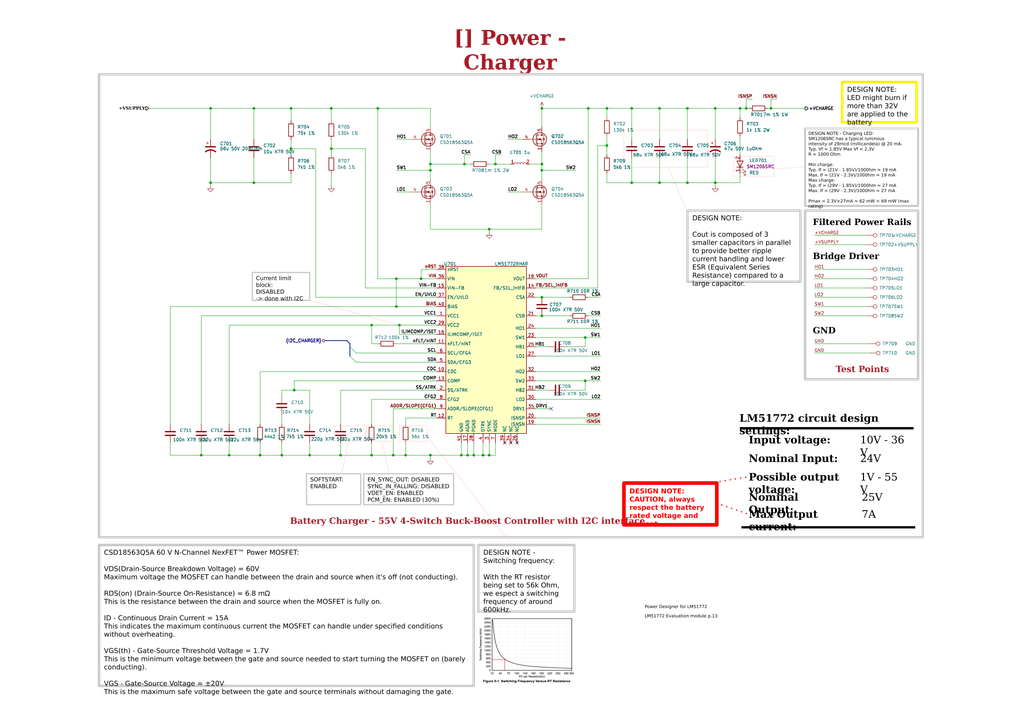
<source format=kicad_sch>
(kicad_sch (version 20231120) (generator "eeschema") (generator_version "8.0")
  (paper "A3")
  (title_block (title "Power - Charger") (date "Last Modified Date") (rev "${REVISION}") (company "${COMPANY}"))
  (lib_symbols
    (symbol "Charge_Manager_SYM:74439323010" (pin_names hide)
      (property "Reference" "L" (at -0.254 8.89 0))
      (property "Value" "74439323010" (at -4.826 5.334 0))
      (property "Manufacturer_Part_Number" "74439323010" (at 0.254 2.794 0))
      (symbol "74439323010_0_1"
        (arc (start -1.27 0) (mid -1.905 0.6323) (end -2.54 0))
        (arc (start 0 0) (mid -0.635 0.6323) (end -1.27 0))
        (arc (start 1.27 0) (mid 0.635 0.6323) (end 0 0))
        (arc (start 2.54 0) (mid 1.905 0.6323) (end 1.27 0))
      )
      (symbol "74439323010_1_1"
        (pin passive line (at -3.81 0 0) (length 1.27) (name "1") (number "1"))
        (pin passive line (at 3.81 0 180) (length 1.27) (name "2") (number "2"))
      )
    )
    (symbol "Charge_Manager_SYM:LM51772RHA40"
      (property "Reference" "U701" (at -14.732 42.926 0))
      (property "Value" "LM51772RHAR" (at 10.414 42.926 0))
      (symbol "LM51772RHA40_0_1"
        (rectangle (start -16.51 41.91) (end 16.51 -26.67) (stroke (width 0.254)) (fill (type background)))
      )
      (symbol "LM51772RHA40_1_1"
        (pin power_out line (at -20.32 21.59 0) (length 3.81) (name "VCC1") (number "1"))
        (pin unspecified line (at -20.32 -1.27 0) (length 3.81) (name "CDC") (number "10"))
        (pin output line (at -20.32 10.16 0) (length 3.81) (name "nFLT/nINT") (number "11"))
        (pin bidirectional line (at -20.32 -20.32 0) (length 3.81) (name "RT") (number "12"))
        (pin output line (at -20.32 -5.08 0) (length 3.81) (name "COMP") (number "13"))
        (pin input line (at 20.32 33.02 180) (length 3.81) (name "FB/SEL_intFB") (number "14"))
        (pin unspecified line (at -20.32 33.02 0) (length 3.81) (name "VIN-FB") (number "15"))
        (pin unspecified line (at -20.32 13.97 0) (length 3.81) (name "ILIMCOMP/ISET") (number "16"))
        (pin passive line (at -7.62 -30.48 90) (length 3.81) (name "AGND") (number "17"))
        (pin input line (at 20.32 36.83 180) (length 3.81) (name "VOUT") (number "18"))
        (pin input line (at 20.32 -22.86 180) (length 3.81) (name "ISNSN") (number "19"))
        (pin bidirectional line (at -20.32 -8.89 0) (length 3.81) (name "SS/ATRK") (number "2"))
        (pin input line (at 20.32 -20.32 180) (length 3.81) (name "ISNSP") (number "20"))
        (pin input line (at 20.32 21.59 180) (length 3.81) (name "CSB") (number "21"))
        (pin input line (at 20.32 29.21 180) (length 3.81) (name "CSA") (number "22"))
        (pin unspecified line (at 20.32 12.7 180) (length 3.81) (name "SW1") (number "23"))
        (pin output line (at 20.32 16.51 180) (length 3.81) (name "HO1") (number "24"))
        (pin unspecified line (at 20.32 8.89 180) (length 3.81) (name "HB1") (number "25"))
        (pin no_connect line (at 12.7 -30.48 90) (length 3.81) (name "NC") (number "26"))
        (pin output line (at 20.32 5.08 180) (length 3.81) (name "LO1") (number "27"))
        (pin passive line (at -5.08 -30.48 90) (length 3.81) (name "PGND") (number "28"))
        (pin output line (at -20.32 17.78 0) (length 3.81) (name "VCC2") (number "29"))
        (pin input line (at 1.27 -30.48 90) (length 3.81) (name "SYNC") (number "3"))
        (pin output line (at 20.32 -12.7 180) (length 3.81) (name "LO2") (number "30"))
        (pin unspecified line (at 20.32 -8.89 180) (length 3.81) (name "HB2") (number "31"))
        (pin output line (at 20.32 -1.27 180) (length 3.81) (name "HO2") (number "32"))
        (pin output line (at 20.32 -5.08 180) (length 3.81) (name "SW2") (number "33"))
        (pin no_connect line (at 10.16 -30.48 90) (length 3.81) (name "NC") (number "34"))
        (pin unspecified line (at 20.32 -16.51 180) (length 3.81) (name "DRV1") (number "35"))
        (pin power_in line (at -20.32 36.83 0) (length 3.81) (name "VIN") (number "36"))
        (pin input line (at -20.32 29.21 0) (length 3.81) (name "EN/UVLO") (number "37"))
        (pin input line (at -20.32 40.64 0) (length 3.81) (name "nRST") (number "38"))
        (pin no_connect line (at 7.62 -30.48 90) (length 3.81) (name "NC") (number "39"))
        (pin input line (at -1.27 -30.48 90) (length 3.81) (name "DTRK") (number "4"))
        (pin unspecified line (at -20.32 25.4 0) (length 3.81) (name "BIAS") (number "40"))
        (pin passive line (at -10.16 -30.48 90) (length 3.81) (name "GND") (number "41"))
        (pin bidirectional line (at -20.32 2.54 0) (length 3.81) (name "SDA/CFG3") (number "5"))
        (pin input line (at -20.32 6.35 0) (length 3.81) (name "SCL/CFG4") (number "6"))
        (pin input line (at 3.81 -30.48 90) (length 3.81) (name "MODE") (number "7"))
        (pin bidirectional line (at -20.32 -12.7 0) (length 3.81) (name "CFG2") (number "8"))
        (pin input line (at -20.32 -16.51 0) (length 3.81) (name "ADDR/SLOPE(CFG1)") (number "9"))
      )
    )
    (symbol "Charge_Manager_SYM:SM1206SRC" (pin_names hide)
      (property "Reference" "LED601" (at 8.89 -3.81 90))
      (property "Value" "SM1206SRC" (at 6.35 -3.81 90))
      (symbol "SM1206SRC_0_1"
        (polyline (pts (xy 0 -1.27) (xy 0 1.27)) (stroke (width 0.254)))
        (polyline (pts (xy 0 0) (xy 2.54 0)))
        (polyline (pts (xy 2.54 -1.27) (xy 2.54 1.27) (xy 0 0) (xy 2.54 -1.27)) (stroke (width 0.254)))
        (polyline (pts (xy -1.778 -0.762) (xy -3.302 -2.286) (xy -2.54 -2.286) (xy -3.302 -2.286) (xy -3.302 -1.524)))
        (polyline (pts (xy -0.508 -0.762) (xy -2.032 -2.286) (xy -1.27 -2.286) (xy -2.032 -2.286) (xy -2.032 -1.524)))
      )
      (symbol "SM1206SRC_1_1"
        (pin passive line (at -2.54 0 0) (length 2.54) (name "K") (number "1"))
        (pin passive line (at 5.08 0 180) (length 2.54) (name "A") (number "2"))
      )
    )
    (symbol "Connector:TestPoint" (pin_numbers hide) (pin_names (offset 0.762) hide)
      (property "Reference" "TP" (at 0 6.858 0))
      (property "Value" "TestPoint" (at 0 5.08 0))
      (symbol "TestPoint_0_1"
        (circle (center 0 3.302) (radius 0.762))
      )
      (symbol "TestPoint_1_1"
        (pin passive line (at 0 0 90) (length 2.54) (name "1") (number "1"))
      )
    )
    (symbol "Device:C" (pin_numbers hide) (pin_names (offset 0.254))
      (property "Reference" "C" (at 0.635 2.54 0))
      (property "Value" "C" (at 0.635 -2.54 0))
      (symbol "C_0_1"
        (polyline (pts (xy -2.032 -0.762) (xy 2.032 -0.762)) (stroke (width 0.508)))
        (polyline (pts (xy -2.032 0.762) (xy 2.032 0.762)) (stroke (width 0.508)))
      )
      (symbol "C_1_1"
        (pin passive line (at 0 3.81 270) (length 2.794) (name "~") (number "1"))
        (pin passive line (at 0 -3.81 90) (length 2.794) (name "~") (number "2"))
      )
    )
    (symbol "Device:C_Polarized_US" (pin_numbers hide) (pin_names (offset 0.254) hide)
      (property "Reference" "C" (at 0.635 2.54 0))
      (property "Value" "C_Polarized_US" (at 0.635 -2.54 0))
      (symbol "C_Polarized_US_0_1"
        (polyline (pts (xy -2.032 0.762) (xy 2.032 0.762)) (stroke (width 0.508)))
        (polyline (pts (xy -1.778 2.286) (xy -0.762 2.286)))
        (polyline (pts (xy -1.27 1.778) (xy -1.27 2.794)))
        (arc (start 2.032 -1.27) (mid 0 -0.5572) (end -2.032 -1.27) (stroke (width 0.508)))
      )
      (symbol "C_Polarized_US_1_1"
        (pin passive line (at 0 3.81 270) (length 2.794) (name "~") (number "1"))
        (pin passive line (at 0 -3.81 90) (length 3.302) (name "~") (number "2"))
      )
    )
    (symbol "Device:R" (pin_numbers hide) (pin_names (offset 0))
      (property "Reference" "R" (at 2.032 0 90))
      (property "Value" "R" (at 0 0 90))
      (symbol "R_0_1"
        (rectangle (start -1.016 -2.54) (end 1.016 2.54) (stroke (width 0.254)))
      )
      (symbol "R_1_1"
        (pin passive line (at 0 3.81 270) (length 1.27) (name "~") (number "1"))
        (pin passive line (at 0 -3.81 90) (length 1.27) (name "~") (number "2"))
      )
    )
    (symbol "Transistor_FET:CSD18563Q5A" (pin_names hide)
      (property "Reference" "Q" (at 5.08 1.905 0))
      (property "Value" "CSD18563Q5A" (at 5.08 0 0))
      (symbol "CSD18563Q5A_0_1"
        (polyline (pts (xy 0.254 0) (xy -2.54 0)))
        (polyline (pts (xy 0.254 1.905) (xy 0.254 -1.905)) (stroke (width 0.254)))
        (polyline (pts (xy 0.762 -1.27) (xy 0.762 -2.286)) (stroke (width 0.254)))
        (polyline (pts (xy 0.762 0.508) (xy 0.762 -0.508)) (stroke (width 0.254)))
        (polyline (pts (xy 0.762 2.286) (xy 0.762 1.27)) (stroke (width 0.254)))
        (polyline (pts (xy 2.54 2.54) (xy 2.54 1.778)))
        (polyline (pts (xy 2.54 -2.54) (xy 2.54 0) (xy 0.762 0)))
        (polyline (pts (xy 0.762 -1.778) (xy 3.302 -1.778) (xy 3.302 1.778) (xy 0.762 1.778)))
        (polyline (pts (xy 1.016 0) (xy 2.032 0.381) (xy 2.032 -0.381) (xy 1.016 0)) (fill (type outline)))
        (polyline (pts (xy 2.794 0.508) (xy 2.921 0.381) (xy 3.683 0.381) (xy 3.81 0.254)))
        (polyline (pts (xy 3.302 0.381) (xy 2.921 -0.254) (xy 3.683 -0.254) (xy 3.302 0.381)))
        (circle (center 1.651 0) (radius 2.794) (stroke (width 0.254)))
        (circle (center 2.54 -1.778) (radius 0.254) (fill (type outline)))
        (circle (center 2.54 1.778) (radius 0.254) (fill (type outline)))
      )
      (symbol "CSD18563Q5A_1_1"
        (pin passive line (at 2.54 -5.08 90) (length 2.54) (name "S") (number "1"))
        (pin passive line (at 2.54 -5.08 90) (length 2.54) hide (name "S") (number "2"))
        (pin passive line (at 2.54 -5.08 90) (length 2.54) hide (name "S") (number "3"))
        (pin passive line (at -5.08 0 0) (length 2.54) (name "G") (number "4"))
        (pin passive line (at 2.54 5.08 270) (length 2.54) (name "D") (number "5"))
      )
    )
    (symbol "power:+3V3" (power) (pin_numbers hide) (pin_names (offset 0) hide)
      (property "Value" "+3V3" (at 0 3.556 0))
      (symbol "+3V3_0_1"
        (polyline (pts (xy -0.762 1.27) (xy 0 2.54)))
        (polyline (pts (xy 0 0) (xy 0 2.54)))
        (polyline (pts (xy 0 2.54) (xy 0.762 1.27)))
      )
      (symbol "+3V3_1_1"
        (pin power_in line (at 0 0 90) (length 0) (name "~") (number "1"))
      )
    )
    (symbol "power:GND" (power) (pin_numbers hide) (pin_names (offset 0) hide)
      (property "Value" "GND" (at 0 -3.81 0))
      (symbol "GND_0_1"
        (polyline (pts (xy 0 0) (xy 0 -1.27) (xy 1.27 -1.27) (xy 0 -2.54) (xy -1.27 -1.27) (xy 0 -1.27)))
      )
      (symbol "GND_1_1"
        (pin power_in line (at 0 0 270) (length 0) (name "~") (number "1"))
      )
    )
  )
  (junction (at 135.89 60.96))
  (junction (at 222.25 129.54))
  (junction (at 203.2 67.31))
  (junction (at 162.56 125.73))
  (junction (at 82.55 186.69))
  (junction (at 222.25 69.85))
  (junction (at 200.66 93.98))
  (junction (at 176.53 186.69))
  (junction (at 306.07 44.45))
  (junction (at 190.5 67.31))
  (junction (at 163.83 133.35))
  (junction (at 293.37 44.45))
  (junction (at 198.12 186.69))
  (junction (at 200.66 186.69))
  (junction (at 106.68 186.69))
  (junction (at 176.53 69.85))
  (junction (at 120.65 160.02))
  (junction (at 191.77 186.69))
  (junction (at 259.08 44.45))
  (junction (at 86.36 44.45))
  (junction (at 135.89 44.45))
  (junction (at 222.25 44.45))
  (junction (at 194.31 186.69))
  (junction (at 139.7 186.69))
  (junction (at 104.14 44.45))
  (junction (at 270.51 44.45))
  (junction (at 248.92 44.45))
  (junction (at 222.25 67.31))
  (junction (at 293.37 74.93))
  (junction (at 316.23 44.45))
  (junction (at 172.72 114.3))
  (junction (at 127 186.69))
  (junction (at 248.92 59.69))
  (junction (at 270.51 74.93))
  (junction (at 119.38 60.96))
  (junction (at 152.4 186.69))
  (junction (at 119.38 44.45))
  (junction (at 240.03 156.21))
  (junction (at 161.29 186.69))
  (junction (at 189.23 186.69))
  (junction (at 281.94 74.93))
  (junction (at 176.53 67.31))
  (junction (at 241.3 44.45))
  (junction (at 303.53 44.45))
  (junction (at 281.94 44.45))
  (junction (at 115.57 186.69))
  (junction (at 259.08 74.93))
  (junction (at 93.98 186.69))
  (junction (at 240.03 138.43))
  (junction (at 162.56 114.3))
  (junction (at 222.25 121.92))
  (junction (at 152.4 133.35))
  (junction (at 166.37 186.69))
  (junction (at 154.94 44.45))
  (junction (at 86.36 74.93))
  (junction (at 104.14 74.93))
  (no_connect (at 226.06 167.64))
  (no_connect (at 212.09 181.61))
  (no_connect (at 207.01 181.61))
  (no_connect (at 209.55 181.61))
  (bus_entry (at 143.51 142.24) (size 2.54 2.54))
  (bus_entry (at 143.51 146.05) (size 2.54 2.54))
  (wire (pts (xy 60.96 44.45) (xy 86.36 44.45)))
  (wire (pts (xy 248.92 44.45) (xy 259.08 44.45)))
  (wire (pts (xy 219.71 114.3) (xy 241.3 114.3)))
  (wire (pts (xy 135.89 60.96) (xy 135.89 63.5)))
  (wire (pts (xy 203.2 67.31) (xy 200.66 67.31)))
  (wire (pts (xy 93.98 133.35) (xy 152.4 133.35)))
  (wire (pts (xy 334.01 125.73) (xy 355.6 125.73)))
  (wire (pts (xy 152.4 140.97) (xy 154.94 140.97)))
  (wire (pts (xy 203.2 63.5) (xy 203.2 67.31)))
  (wire (pts (xy 306.07 44.45) (xy 307.34 44.45)))
  (wire (pts (xy 106.68 152.4) (xy 179.07 152.4)))
  (bus (pts (xy 143.51 142.24) (xy 143.51 146.05)))
  (wire (pts (xy 176.53 83.82) (xy 176.53 93.98)))
  (wire (pts (xy 163.83 133.35) (xy 179.07 133.35)))
  (wire (pts (xy 166.37 186.69) (xy 161.29 186.69)))
  (wire (pts (xy 115.57 170.18) (xy 115.57 173.99)))
  (wire (pts (xy 154.94 44.45) (xy 176.53 44.45)))
  (wire (pts (xy 106.68 181.61) (xy 106.68 186.69)))
  (wire (pts (xy 219.71 163.83) (xy 246.38 163.83)))
  (wire (pts (xy 161.29 167.64) (xy 179.07 167.64)))
  (wire (pts (xy 119.38 44.45) (xy 119.38 49.53)))
  (wire (pts (xy 241.3 129.54) (xy 246.38 129.54)))
  (wire (pts (xy 259.08 44.45) (xy 270.51 44.45)))
  (wire (pts (xy 139.7 181.61) (xy 139.7 186.69)))
  (wire (pts (xy 86.36 64.77) (xy 86.36 74.93)))
  (wire (pts (xy 176.53 67.31) (xy 176.53 69.85)))
  (wire (pts (xy 176.53 67.31) (xy 190.5 67.31)))
  (wire (pts (xy 219.71 142.24) (xy 224.79 142.24)))
  (wire (pts (xy 303.53 55.88) (xy 303.53 63.5)))
  (wire (pts (xy 293.37 44.45) (xy 293.37 57.15)))
  (wire (pts (xy 334.01 110.49) (xy 355.6 110.49)))
  (wire (pts (xy 162.56 57.15) (xy 168.91 57.15)))
  (wire (pts (xy 281.94 64.77) (xy 281.94 74.93)))
  (wire (pts (xy 106.68 152.4) (xy 106.68 173.99)))
  (wire (pts (xy 200.66 93.98) (xy 200.66 95.25)))
  (wire (pts (xy 217.17 67.31) (xy 222.25 67.31)))
  (wire (pts (xy 176.53 62.23) (xy 176.53 67.31)))
  (wire (pts (xy 241.3 121.92) (xy 246.38 121.92)))
  (wire (pts (xy 316.23 40.64) (xy 318.77 40.64)))
  (wire (pts (xy 69.85 186.69) (xy 82.55 186.69)))
  (wire (pts (xy 104.14 44.45) (xy 119.38 44.45)))
  (wire (pts (xy 127 186.69) (xy 139.7 186.69)))
  (wire (pts (xy 203.2 186.69) (xy 203.2 181.61)))
  (polyline (pts (xy 317.5 69.215) (xy 329.565 68.58)) (stroke (width 0) (type dot) (color 255 0 0 1)))
  (wire (pts (xy 191.77 186.69) (xy 191.77 181.61)))
  (wire (pts (xy 316.23 40.64) (xy 316.23 44.45)))
  (wire (pts (xy 334.01 100.33) (xy 355.6 100.33)))
  (wire (pts (xy 240.03 138.43) (xy 246.38 138.43)))
  (wire (pts (xy 222.25 129.54) (xy 233.68 129.54)))
  (wire (pts (xy 222.25 67.31) (xy 222.25 69.85)))
  (wire (pts (xy 120.65 156.21) (xy 120.65 160.02)))
  (wire (pts (xy 208.28 57.15) (xy 214.63 57.15)))
  (wire (pts (xy 259.08 64.77) (xy 259.08 74.93)))
  (wire (pts (xy 166.37 181.61) (xy 166.37 186.69)))
  (wire (pts (xy 314.96 44.45) (xy 316.23 44.45)))
  (wire (pts (xy 232.41 160.02) (xy 240.03 160.02)))
  (wire (pts (xy 152.4 133.35) (xy 163.83 133.35)))
  (wire (pts (xy 190.5 63.5) (xy 190.5 67.31)))
  (wire (pts (xy 129.54 60.96) (xy 129.54 121.92)))
  (wire (pts (xy 219.71 134.62) (xy 246.38 134.62)))
  (wire (pts (xy 176.53 93.98) (xy 200.66 93.98)))
  (wire (pts (xy 203.2 63.5) (xy 205.74 63.5)))
  (wire (pts (xy 163.83 133.35) (xy 163.83 137.16)))
  (wire (pts (xy 219.71 160.02) (xy 224.79 160.02)))
  (wire (pts (xy 115.57 160.02) (xy 120.65 160.02)))
  (wire (pts (xy 306.07 40.64) (xy 306.07 44.45)))
  (wire (pts (xy 270.51 44.45) (xy 281.94 44.45)))
  (wire (pts (xy 172.72 110.49) (xy 179.07 110.49)))
  (wire (pts (xy 281.94 44.45) (xy 293.37 44.45)))
  (wire (pts (xy 104.14 64.77) (xy 104.14 74.93)))
  (wire (pts (xy 176.53 69.85) (xy 176.53 73.66)))
  (wire (pts (xy 334.01 129.54) (xy 355.6 129.54)))
  (wire (pts (xy 259.08 44.45) (xy 259.08 57.15)))
  (wire (pts (xy 198.12 186.69) (xy 198.12 181.61)))
  (wire (pts (xy 115.57 181.61) (xy 115.57 186.69)))
  (wire (pts (xy 69.85 125.73) (xy 69.85 173.99)))
  (wire (pts (xy 120.65 156.21) (xy 179.07 156.21)))
  (wire (pts (xy 69.85 125.73) (xy 162.56 125.73)))
  (wire (pts (xy 259.08 74.93) (xy 270.51 74.93)))
  (wire (pts (xy 93.98 133.35) (xy 93.98 173.99)))
  (polyline (pts (xy 142.875 180.975) (xy 140.335 193.675)) (stroke (width 0) (type dot) (color 255 0 0 1)))
  (wire (pts (xy 166.37 186.69) (xy 176.53 186.69)))
  (wire (pts (xy 236.22 69.85) (xy 222.25 69.85)))
  (wire (pts (xy 245.11 59.69) (xy 248.92 59.69)))
  (wire (pts (xy 106.68 186.69) (xy 115.57 186.69)))
  (wire (pts (xy 241.3 44.45) (xy 248.92 44.45)))
  (wire (pts (xy 161.29 167.64) (xy 161.29 186.69)))
  (wire (pts (xy 303.53 44.45) (xy 303.53 48.26)))
  (wire (pts (xy 232.41 142.24) (xy 240.03 142.24)))
  (wire (pts (xy 222.25 121.92) (xy 233.68 121.92)))
  (bus (pts (xy 133.35 139.7) (xy 142.24 139.7)))
  (wire (pts (xy 119.38 44.45) (xy 135.89 44.45)))
  (wire (pts (xy 200.66 186.69) (xy 200.66 181.61)))
  (wire (pts (xy 162.56 69.85) (xy 176.53 69.85)))
  (wire (pts (xy 152.4 163.83) (xy 179.07 163.83)))
  (wire (pts (xy 162.56 125.73) (xy 179.07 125.73)))
  (wire (pts (xy 194.31 186.69) (xy 198.12 186.69)))
  (wire (pts (xy 82.55 181.61) (xy 82.55 186.69)))
  (polyline (pts (xy 209.55 222.885) (xy 175.26 179.07)) (stroke (width 0) (type dot) (color 255 0 0 1)))
  (wire (pts (xy 176.53 187.96) (xy 176.53 186.69)))
  (wire (pts (xy 135.89 44.45) (xy 154.94 44.45)))
  (wire (pts (xy 293.37 64.77) (xy 293.37 74.93)))
  (polyline (pts (xy 207.01 274.955) (xy 207.01 270.51)) (stroke (width 0) (type solid) (color 255 0 0 1)))
  (wire (pts (xy 219.71 121.92) (xy 222.25 121.92)))
  (wire (pts (xy 129.54 121.92) (xy 179.07 121.92)))
  (wire (pts (xy 139.7 160.02) (xy 139.7 173.99)))
  (wire (pts (xy 248.92 44.45) (xy 248.92 48.26)))
  (wire (pts (xy 270.51 64.77) (xy 270.51 74.93)))
  (wire (pts (xy 139.7 186.69) (xy 152.4 186.69)))
  (wire (pts (xy 334.01 144.78) (xy 356.87 144.78)))
  (wire (pts (xy 219.71 152.4) (xy 246.38 152.4)))
  (wire (pts (xy 93.98 186.69) (xy 106.68 186.69)))
  (wire (pts (xy 93.98 181.61) (xy 93.98 186.69)))
  (wire (pts (xy 219.71 138.43) (xy 240.03 138.43)))
  (wire (pts (xy 149.86 60.96) (xy 149.86 118.11)))
  (wire (pts (xy 293.37 74.93) (xy 303.53 74.93)))
  (wire (pts (xy 86.36 74.93) (xy 104.14 74.93)))
  (wire (pts (xy 222.25 44.45) (xy 222.25 52.07)))
  (polyline (pts (xy 295.275 197.485) (xy 306.705 195.58)) (stroke (width 0.508) (type dot) (color 255 0 0 1)))
  (wire (pts (xy 190.5 67.31) (xy 193.04 67.31)))
  (wire (pts (xy 334.01 114.3) (xy 355.6 114.3)))
  (wire (pts (xy 163.83 137.16) (xy 179.07 137.16)))
  (wire (pts (xy 119.38 60.96) (xy 119.38 63.5)))
  (wire (pts (xy 119.38 57.15) (xy 119.38 60.96)))
  (wire (pts (xy 222.25 62.23) (xy 222.25 67.31)))
  (wire (pts (xy 248.92 74.93) (xy 259.08 74.93)))
  (wire (pts (xy 127 160.02) (xy 127 173.99)))
  (wire (pts (xy 69.85 181.61) (xy 69.85 186.69)))
  (wire (pts (xy 86.36 74.93) (xy 86.36 76.2)))
  (wire (pts (xy 172.72 114.3) (xy 179.07 114.3)))
  (wire (pts (xy 189.23 186.69) (xy 191.77 186.69)))
  (polyline (pts (xy 163.83 133.35) (xy 127 123.19)) (stroke (width 0) (type dot) (color 255 0 0 1)))
  (wire (pts (xy 246.38 156.21) (xy 240.03 156.21)))
  (wire (pts (xy 152.4 163.83) (xy 152.4 173.99)))
  (wire (pts (xy 219.71 118.11) (xy 245.11 118.11)))
  (wire (pts (xy 219.71 146.05) (xy 246.38 146.05)))
  (wire (pts (xy 115.57 160.02) (xy 115.57 162.56)))
  (wire (pts (xy 240.03 138.43) (xy 240.03 142.24)))
  (polyline (pts (xy 207.01 270.51) (xy 201.93 270.51)) (stroke (width 0) (type solid) (color 255 0 0 1)))
  (wire (pts (xy 316.23 44.45) (xy 330.2 44.45)))
  (wire (pts (xy 152.4 186.69) (xy 161.29 186.69)))
  (wire (pts (xy 135.89 60.96) (xy 149.86 60.96)))
  (wire (pts (xy 281.94 44.45) (xy 281.94 57.15)))
  (wire (pts (xy 162.56 78.74) (xy 168.91 78.74)))
  (wire (pts (xy 119.38 71.12) (xy 119.38 74.93)))
  (wire (pts (xy 219.71 167.64) (xy 226.06 167.64)))
  (wire (pts (xy 281.94 74.93) (xy 293.37 74.93)))
  (wire (pts (xy 222.25 69.85) (xy 222.25 73.66)))
  (wire (pts (xy 149.86 118.11) (xy 179.07 118.11)))
  (wire (pts (xy 104.14 74.93) (xy 119.38 74.93)))
  (bus (pts (xy 143.51 140.97) (xy 143.51 142.24)))
  (wire (pts (xy 293.37 44.45) (xy 303.53 44.45)))
  (wire (pts (xy 146.05 148.59) (xy 179.07 148.59)))
  (wire (pts (xy 162.56 114.3) (xy 162.56 125.73)))
  (wire (pts (xy 219.71 171.45) (xy 246.38 171.45)))
  (wire (pts (xy 219.71 156.21) (xy 240.03 156.21)))
  (wire (pts (xy 334.01 140.97) (xy 356.87 140.97)))
  (wire (pts (xy 86.36 44.45) (xy 104.14 44.45)))
  (wire (pts (xy 154.94 114.3) (xy 162.56 114.3)))
  (wire (pts (xy 334.01 121.92) (xy 355.6 121.92)))
  (wire (pts (xy 86.36 44.45) (xy 86.36 57.15)))
  (wire (pts (xy 303.53 44.45) (xy 306.07 44.45)))
  (wire (pts (xy 222.25 44.45) (xy 241.3 44.45)))
  (wire (pts (xy 219.71 129.54) (xy 222.25 129.54)))
  (wire (pts (xy 166.37 171.45) (xy 179.07 171.45)))
  (wire (pts (xy 189.23 186.69) (xy 189.23 181.61)))
  (wire (pts (xy 154.94 44.45) (xy 154.94 114.3)))
  (wire (pts (xy 270.51 74.93) (xy 281.94 74.93)))
  (wire (pts (xy 194.31 186.69) (xy 194.31 181.61)))
  (wire (pts (xy 190.5 63.5) (xy 193.04 63.5)))
  (wire (pts (xy 241.3 44.45) (xy 241.3 114.3)))
  (wire (pts (xy 152.4 181.61) (xy 152.4 186.69)))
  (wire (pts (xy 203.2 67.31) (xy 209.55 67.31)))
  (wire (pts (xy 270.51 44.45) (xy 270.51 57.15)))
  (wire (pts (xy 248.92 71.12) (xy 248.92 74.93)))
  (wire (pts (xy 200.66 186.69) (xy 203.2 186.69)))
  (wire (pts (xy 306.07 40.64) (xy 308.61 40.64)))
  (wire (pts (xy 162.56 140.97) (xy 179.07 140.97)))
  (bus (pts (xy 143.51 140.97) (xy 142.24 139.7)))
  (wire (pts (xy 240.03 156.21) (xy 240.03 160.02)))
  (wire (pts (xy 139.7 160.02) (xy 179.07 160.02)))
  (wire (pts (xy 135.89 44.45) (xy 135.89 49.53)))
  (wire (pts (xy 162.56 114.3) (xy 172.72 114.3)))
  (wire (pts (xy 200.66 93.98) (xy 222.25 93.98)))
  (polyline (pts (xy 294.005 206.375) (xy 306.705 210.82)) (stroke (width 0.508) (type dot) (color 255 0 0 1)))
  (wire (pts (xy 120.65 160.02) (xy 127 160.02)))
  (wire (pts (xy 334.01 118.11) (xy 355.6 118.11)))
  (wire (pts (xy 245.11 59.69) (xy 245.11 118.11)))
  (wire (pts (xy 146.05 144.78) (xy 179.07 144.78)))
  (wire (pts (xy 222.25 83.82) (xy 222.25 93.98)))
  (polyline (pts (xy 281.305 85.725) (xy 274.32 69.215)) (stroke (width 0) (type dot) (color 255 0 0 1)))
  (wire (pts (xy 82.55 129.54) (xy 82.55 173.99)))
  (wire (pts (xy 293.37 76.2) (xy 293.37 74.93)))
  (wire (pts (xy 248.92 55.88) (xy 248.92 59.69)))
  (wire (pts (xy 176.53 44.45) (xy 176.53 52.07)))
  (wire (pts (xy 208.28 78.74) (xy 214.63 78.74)))
  (wire (pts (xy 191.77 186.69) (xy 194.31 186.69)))
  (wire (pts (xy 166.37 171.45) (xy 166.37 173.99)))
  (wire (pts (xy 176.53 186.69) (xy 189.23 186.69)))
  (wire (pts (xy 219.71 173.99) (xy 246.38 173.99)))
  (wire (pts (xy 303.53 71.12) (xy 303.53 74.93)))
  (wire (pts (xy 172.72 110.49) (xy 172.72 114.3)))
  (wire (pts (xy 115.57 186.69) (xy 127 186.69)))
  (wire (pts (xy 152.4 133.35) (xy 152.4 140.97)))
  (wire (pts (xy 82.55 186.69) (xy 93.98 186.69)))
  (wire (pts (xy 198.12 186.69) (xy 200.66 186.69)))
  (wire (pts (xy 248.92 59.69) (xy 248.92 63.5)))
  (polyline (pts (xy 156.845 181.61) (xy 159.385 193.675)) (stroke (width 0) (type dot) (color 255 0 0 1)))
  (wire (pts (xy 82.55 129.54) (xy 179.07 129.54)))
  (wire (pts (xy 135.89 71.12) (xy 135.89 76.2)))
  (wire (pts (xy 104.14 44.45) (xy 104.14 57.15)))
  (wire (pts (xy 119.38 60.96) (xy 129.54 60.96)))
  (wire (pts (xy 135.89 57.15) (xy 135.89 60.96)))
  (wire (pts (xy 334.01 96.52) (xy 355.6 96.52)))
  (wire (pts (xy 127 181.61) (xy 127 186.69)))
  (rectangle (start 137.16 174.625) (end 149.86 180.975) (stroke (width 0) (type dot) (color 255 0 0 1)))
  (rectangle (start 304.165 215.9) (end 375.285 216.662) (stroke (width 0) (color 0 0 0 1)) (fill (type color) (color 0 0 0 1)))
  (rectangle (start 163.83 174.625) (end 175.26 180.975) (stroke (width 0) (type dot) (color 255 0 0 1)))
  (rectangle (start 150.495 174.625) (end 160.655 180.975) (stroke (width 0) (type dot) (color 255 0 0 1)))
  (rectangle (start 40.64 30.48) (end 378.46 220.345) (stroke (width 1) (color 200 200 200 1)))
  (rectangle (start 255.905 53.34) (end 290.195 68.58) (stroke (width 0) (type dot) (color 255 0 0 1)))
  (rectangle (start 330.2 86.36) (end 376.555 155.575) (stroke (width 1) (color 200 200 200 1)))
  (rectangle (start 303.53 175.26) (end 374.65 176.022) (stroke (width 0) (color 0 0 0 1)) (fill (type color) (color 0 0 0 1)))
  (rectangle (start 300.99 64.135) (end 317.5 72.39) (stroke (width 0) (type dot) (color 255 0 0 1)))
  (image (at 215.9 266.7) (scale 0.117923))
  (text_box "1V - 55 V" (at 350.52 191.77 0) (size 24.13 7.62) (stroke (width -0.0001)) (effects (font (size 3.048 3.048)) (justify left top)))
  (text_box "DESIGN NOTE - Charging LED:\nSM1206SRC has a typical luminous \nintensity of 28mcd (millicandela) @ 20 mA.\nTyp. Vf = 1.85V Max Vf = 2.3V\nR = 1000 Ohm\n\nMin charge:\nTyp. If = (21V - 1.85V)/1000hm ≈ 19 mA\nMax. If = (21V - 2.3V)/1000hm ≈ 19 mA\nMax charge:\nTyp. If = (29V - 1.85V)/1000hm ≈ 27 mA\nMax. If = (29V - 2.3V)/1000hm ≈ 27 mA\n\nPmax = 2.3V×27mA ≈ 62 mW < 69 mW (max rating)" (at 330.2 52.705 0) (size 46.355 31.75) (stroke (width 0.8) (color 200 200 200 1)) (effects (font (size 1.27 1.27)) (justify left top)))
  (text_box "DESIGN NOTE:\nLED might burn if more than 32V are applied to the battery" (at 345.44 33.655 0) (size 30.48 16.51) (stroke (width 1) (color 250 236 0 1)) (effects (font (size 2 2)) (justify left top)))
  (text_box "Current limit block:\nDISABLED\n-> done with I2C" (at 103.505 111.76 0) (size 23.495 11.43) (stroke (width 0.508) (color 200 200 200 1)) (effects (font (size 1.651 1.651)) (justify left top)))
  (text_box "LM51772 circuit design settings:" (at 300.99 167.64 0) (size 73.66 7.62) (stroke (width -0.0001)) (effects (font (size 3.048 3.048) (thickness 0.4572) (bold yes)) (justify left top)))
  (text_box "7A" (at 351.155 207.01 0) (size 24.13 7.62) (stroke (width -0.0001)) (effects (font (size 3.048 3.048)) (justify left top)))
  (text_box "Filtered Power Rails" (at 331.47 85.09 0) (size 64.77 9.525) (stroke (width -0.0001)) (effects (font (size 2.54 2.54) (thickness 0.508) (bold yes)) (justify left bottom)))
  (text_box "Nominal Input:" (at 304.8 184.15 0) (size 43.18 7.62) (stroke (width -0.0001)) (effects (font (size 3.048 3.048) (thickness 0.4572) (bold yes)) (justify left top)))
  (text_box "Input voltage:" (at 304.8 176.53 0) (size 41.91 7.62) (stroke (width -0.0001)) (effects (font (size 3.048 3.048) (thickness 0.4572) (bold yes)) (justify left top)))
  (text_box "Possible output voltage:" (at 304.8 191.77 0) (size 49.53 6.985) (stroke (width -0.0001)) (effects (font (size 3.048 3.048) (thickness 0.4572) (bold yes)) (justify left top)))
  (text_box "Bridge Driver" (at 331.47 99.06 0) (size 64.77 9.525) (stroke (width -0.0001)) (effects (font (size 2.54 2.54) (thickness 0.508) (bold yes)) (justify left bottom)))
  (text_box "GND" (at 331.47 130.81 0) (size 45.72 8.255) (stroke (width -0.0001)) (effects (font (size 2.54 2.54) (thickness 0.508) (bold yes)) (justify left bottom)))
  (text_box "DESIGN NOTE:\n\nCout is composed of 3 smaller capacitors in parallel to provide better ripple current handling and lower ESR (Equivalent Series Resistance) compared to a large capacitor." (at 281.94 86.36 0) (size 46.355 29.21) (stroke (width 1) (color 200 200 200 1)) (effects (font (size 2 2)) (justify left top)))
  (text_box "Test Points" (at 330.2 145.415 0) (size 46.99 9.525) (stroke (width -0.0001)) (effects (font (size 2.54 2.54) (thickness 0.508) (bold yes)) (justify bottom)))
  (text_box "DESIGN NOTE:\nCAUTION, always respect the battery rated voltage and current." (at 255.905 198.12 0) (size 38.1 17.145) (stroke (width 1.5) (color 255 0 0 1)) (effects (font (size 2 2) (thickness 0.4) (bold yes)) (justify left top)))
  (text_box "Nominal Output:" (at 304.8 200.025 0) (size 41.91 7.62) (stroke (width -0.0001)) (effects (font (size 3.048 3.048) (thickness 0.4572) (bold yes)) (justify left top)))
  (text_box "DESIGN NOTE - Switching frequency:\n\nWith the RT resistor being set to 56k Ohm, we espect a switching frequency of around 600kHz." (at 196.215 223.52 0) (size 39.37 27.305) (stroke (width 1) (color 200 200 200 1)) (effects (font (size 2 2)) (justify left top)))
  (text_box "24V" (at 350.52 184.15 0) (size 24.13 7.62) (stroke (width -0.0001)) (effects (font (size 3.048 3.048)) (justify left top)))
  (text_box "[${#}] ${TITLE}" (at 161.29 14.605 0) (size 95.885 12.7) (stroke (width -0.0001)) (effects (font (size 6 6) (thickness 1.2) (bold yes))))
  (text_box "25V" (at 351.155 200.025 0) (size 24.13 7.62) (stroke (width -0.0001)) (effects (font (size 3.048 3.048)) (justify left top)))
  (text_box "Max Output current:" (at 304.8 207.01 0) (size 44.45 7.62) (stroke (width -0.0001)) (effects (font (size 3.048 3.048) (thickness 0.4572) (bold yes)) (justify left top)))
  (text_box "SOFTSTART:\nENABLED" (at 125.73 194.31 0) (size 22.225 12.7) (stroke (width 0.508) (color 200 200 200 1)) (effects (font (size 1.651 1.651)) (justify left top)))
  (text_box "CSD18563Q5A 60 V N-Channel NexFET™ Power MOSFET:\n\nVDS(Drain-Source Breakdown Voltage) = 60V\nMaximum voltage the MOSFET can handle between the drain and source when it's off (not conducting).\n\nRDS(on) (Drain-Source On-Resistance) = 6.8 mΩ \nThis is the resistance between the drain and source when the MOSFET is fully on.\n\nID - Continuous Drain Current = 15A\nThis indicates the maximum continuous current the MOSFET can handle under specified conditions without overheating. \n\nVGS(th) - Gate-Source Threshold Voltage = 1.7V\nThis is the minimum voltage between the gate and source needed to start turning the MOSFET on (barely conducting). \n\nVGS - Gate-Source Voltage = ±20V\nThis is the maximum safe voltage between the gate and source terminals without damaging the gate." (at 40.64 223.52 0) (size 153.67 57.785) (stroke (width 1) (color 200 200 200 1)) (effects (font (size 2 2)) (justify left top)))
  (text_box "Battery Charger - 55V 4-Switch Buck-Boost Controller with I2C interface" (at 96.52 209.55 0) (size 190.5 7.62) (stroke (width -0.0001)) (effects (font (size 2.54 2.54) (thickness 0.508) (bold yes)) (justify bottom)))
  (text_box "EN_SYNC_OUT: DISABLED\nSYNC_IN_FALLING: DISABLED\nVDET_EN: ENABLED\nPCM_EN: ENABLED (30%)" (at 149.225 194.31 0) (size 36.83 12.7) (stroke (width 0.508) (color 200 200 200 1)) (effects (font (size 1.651 1.651)) (justify left top)))
  (text_box "10V - 36 V" (at 350.52 176.53 0) (size 24.13 7.62) (stroke (width -0.0001)) (effects (font (size 3.048 3.048)) (justify left top)))
  (text "LM51772 Evaluation module p.13" (at 264.414 254 0) (effects (font (size 1.27 1.27)) (justify left bottom)))
  (text "Power Designer for LM51772" (at 264.414 250.19 0) (effects (font (size 1.27 1.27)) (justify left bottom)))
  (label "HB1" (at 223.52 142.24 180) (effects (font (thickness 0.254) (bold yes))))
  (label "+VSUPPLY" (at 334.01 100.33 0) (property "Netclass" "+24V" (effects (hide yes))))
  (label "SDA" (at 179.07 148.59 180) (effects (font (thickness 0.254) (bold yes))))
  (label "ISNSN" (at 318.77 40.64 180) (effects (font (thickness 0.254) (bold yes))))
  (label "CSA" (at 246.38 121.92 180) (effects (font (thickness 0.254) (bold yes))))
  (label "COMP" (at 179.07 156.21 180) (effects (font (thickness 0.254) (bold yes))))
  (label "SW1" (at 162.56 69.85 0) (effects (font (thickness 0.254) (bold yes))))
  (label "FB{slash}SEL_intFB" (at 219.71 118.11 0) (effects (font (thickness 0.254) (bold yes))))
  (label "GND" (at 334.01 144.78 0) (property "Netclass" "GND" (effects (hide yes))))
  (label "BIAS" (at 179.07 125.73 180) (effects (font (thickness 0.254) (bold yes))))
  (label "VOUT" (at 219.71 114.3 0) (effects (font (thickness 0.254) (bold yes))))
  (label "LO1" (at 334.01 118.11 0))
  (label "CDC" (at 179.07 152.4 180) (effects (font (thickness 0.254) (bold yes))))
  (label "CSB" (at 246.38 129.54 180) (effects (font (thickness 0.254) (bold yes))))
  (label "SW2" (at 236.22 69.85 180) (effects (font (thickness 0.254) (bold yes))))
  (label "SCL" (at 179.07 144.78 180) (effects (font (thickness 0.254) (bold yes))))
  (label "HO1" (at 162.56 57.15 0) (effects (font (thickness 0.254) (bold yes))))
  (label "ISNSN" (at 246.38 173.99 180) (effects (font (thickness 0.254) (bold yes))))
  (label "ISNSP" (at 308.61 40.64 180) (effects (font (thickness 0.254) (bold yes))))
  (label "VIN-FB" (at 179.07 118.11 180) (effects (font (thickness 0.254) (bold yes))))
  (label "CFG2" (at 179.07 163.83 180) (effects (font (thickness 0.254) (bold yes))))
  (label "LO1" (at 162.56 78.74 0) (effects (font (thickness 0.254) (bold yes))))
  (label "HO2" (at 334.01 114.3 0) (property "Netclass" "+24V" (effects (hide yes))))
  (label "SW1" (at 246.38 138.43 180) (effects (font (thickness 0.254) (bold yes))))
  (label "HO2" (at 208.28 57.15 0) (effects (font (thickness 0.254) (bold yes))))
  (label "LO2" (at 208.28 78.74 0) (effects (font (thickness 0.254) (bold yes))))
  (label "SW1" (at 334.01 125.73 0))
  (label "DRV1" (at 224.79 167.64 180) (effects (font (thickness 0.254) (bold yes))))
  (label "SW2" (at 334.01 129.54 0) (property "Netclass" "+24V" (effects (hide yes))))
  (label "HO1" (at 334.01 110.49 0))
  (label "HO2" (at 246.38 152.4 180) (effects (font (thickness 0.254) (bold yes))))
  (label "HO1" (at 246.38 134.62 180) (effects (font (thickness 0.254) (bold yes))))
  (label "SS{slash}ATRK" (at 179.07 160.02 180) (effects (font (thickness 0.254) (bold yes))))
  (label "LO2" (at 246.38 163.83 180) (effects (font (thickness 0.254) (bold yes))))
  (label "CSB" (at 205.74 63.5 180) (effects (font (thickness 0.254) (bold yes))))
  (label "VCC2" (at 179.07 133.35 180) (effects (font (thickness 0.254) (bold yes))))
  (label "nFLT{slash}nINT" (at 179.07 140.97 180) (effects (font (thickness 0.254) (bold yes))))
  (label "LO2" (at 334.01 121.92 0) (property "Netclass" "+24V" (effects (hide yes))))
  (label "ADDR{slash}SLOPE(CFG1)" (at 179.07 167.64 180) (effects (font (thickness 0.254) (bold yes))))
  (label "LO1" (at 246.38 146.05 180) (effects (font (thickness 0.254) (bold yes))))
  (label "+VCHARGE" (at 334.01 96.52 0) (property "Netclass" "+VCHARGE" (effects (hide yes))))
  (label "RT" (at 179.07 171.45 180) (effects (font (thickness 0.254) (bold yes))))
  (label "VCC1" (at 179.07 129.54 180) (effects (font (thickness 0.254) (bold yes))))
  (label "CSA" (at 193.04 63.5 180) (effects (font (thickness 0.254) (bold yes))))
  (label "SW2" (at 246.38 156.21 180) (effects (font (thickness 0.254) (bold yes))))
  (label "ISNSP" (at 246.38 171.45 180) (effects (font (thickness 0.254) (bold yes))))
  (label "HB2" (at 223.52 160.02 180) (effects (font (thickness 0.254) (bold yes))))
  (label "EN{slash}UVLO" (at 179.07 121.92 180) (effects (font (thickness 0.254) (bold yes))))
  (label "nRST" (at 179.07 110.49 180) (effects (font (thickness 0.254) (bold yes))))
  (label "ILIMCOMP{slash}ISET" (at 179.07 137.16 180) (effects (font (thickness 0.254) (bold yes))))
  (label "GND" (at 334.01 140.97 0) (property "Netclass" "GND" (effects (hide yes))))
  (label "VIN" (at 179.07 114.3 180) (effects (font (thickness 0.254) (bold yes))))
  (hierarchical_label "+VSUPPLY" (shape input) (at 60.96 44.45 180) (effects (font (thickness 0.254) (bold yes))) (property "Netclass" "+VSUPPLY" (effects (hide yes))))
  (hierarchical_label "{I2C_CHARGER}" (shape bidirectional) (at 133.35 139.7 180) (effects (font (thickness 0.254) (bold yes))))
  (hierarchical_label "+VCHARGE" (shape output) (at 330.2 44.45 0) (effects (font (thickness 0.254) (bold yes))) (property "Netclass" "+VCHARGE" (effects (hide yes))))
  (symbol (lib_id "Connector:TestPoint") (at 355.6 125.73 270) (mirror x) (unit 1)
    (property "Reference" "TP707" (at 360.68 125.73 90) (effects (justify left)))
    (property "Value" "SW1" (at 366.522 125.73 90) (effects (justify left)))
    (property "Description" "test point" (effects (hide yes)))
  )
  (symbol (lib_id "Transistor_FET:CSD18563Q5A") (at 219.71 78.74 0) (unit 1)
    (property "Reference" "Q704" (at 226.06 77.47 0) (effects (justify left)))
    (property "Value" "CSD18563Q5A" (at 226.06 80.01 0) (effects (justify left)))
    (property "Footprint" "Package_TO_SOT_SMD:TDSON-8-1" (effects (hide yes)))
    (property "Datasheet" "http://www.ti.com/lit/gpn/csd18563q5a" (effects (hide yes)))
    (property "Description" "100A Id, 60V Vds, NexFET N-Channel Power MOSFET, 6.8mOhm Ron, 15nC Qg(typ), SON8 5x6mm" (effects (hide yes)))
    (property "Manufacturer Part Number" "CSD18563Q5A" (effects (hide yes)))
    (property "Manufacturer" "Texas Instruments" (effects (hide yes)))
    (property "Supplier Part Number" "595-CSD18563Q5A" (effects (hide yes)))
    (property "Supplier" "Mouser Electronics" (effects (hide yes)))
  )
  (symbol (lib_id "Device:R") (at 135.89 67.31 0) (mirror y) (unit 1)
    (property "Reference" "R707" (at 138.43 66.04 0) (effects (justify right)))
    (property "Value" "5k6 1%" (at 138.43 68.58 0) (effects (justify right)))
    (property "Description" "Resistor" (effects (hide yes)))
  )
  (symbol (lib_id "Connector:TestPoint") (at 356.87 140.97 270) (mirror x) (unit 1)
    (property "Reference" "TP709" (at 361.95 140.97 90) (effects (justify left)))
    (property "Value" "GND" (at 371.348 140.97 90) (effects (justify left)))
    (property "Description" "test point" (effects (hide yes)))
  )
  (symbol (lib_id "Device:R") (at 248.92 67.31 0) (mirror y) (unit 1)
    (property "Reference" "R709" (at 251.46 66.04 0) (effects (justify right)))
    (property "Value" "5k6 1%" (at 251.46 68.58 0) (effects (justify right)))
    (property "Description" "Resistor" (effects (hide yes)))
  )
  (symbol (lib_id "Connector:TestPoint") (at 355.6 121.92 270) (mirror x) (unit 1)
    (property "Reference" "TP706" (at 360.68 121.92 90) (effects (justify left)))
    (property "Value" "LO2" (at 366.522 121.92 90) (effects (justify left)))
    (property "Description" "test point" (effects (hide yes)))
  )
  (symbol (lib_id "Connector:TestPoint") (at 355.6 114.3 270) (mirror x) (unit 1)
    (property "Reference" "TP704" (at 360.68 114.3 90) (effects (justify left)))
    (property "Value" "HO2" (at 366.522 114.3 90) (effects (justify left)))
    (property "Description" "test point" (effects (hide yes)))
  )
  (symbol (lib_id "Transistor_FET:CSD18563Q5A") (at 173.99 57.15 0) (unit 1)
    (property "Reference" "Q701" (at 180.34 55.88 0) (effects (justify left)))
    (property "Value" "CSD18563Q5A" (at 180.34 58.42 0) (effects (justify left)))
    (property "Footprint" "Package_TO_SOT_SMD:TDSON-8-1" (effects (hide yes)))
    (property "Datasheet" "http://www.ti.com/lit/gpn/csd18563q5a" (effects (hide yes)))
    (property "Description" "100A Id, 60V Vds, NexFET N-Channel Power MOSFET, 6.8mOhm Ron, 15nC Qg(typ), SON8 5x6mm" (effects (hide yes)))
    (property "Manufacturer Part Number" "CSD18563Q5A" (effects (hide yes)))
    (property "Manufacturer" "Texas Instruments" (effects (hide yes)))
    (property "Supplier Part Number" "595-CSD18563Q5A" (effects (hide yes)))
    (property "Supplier" "Mouser Electronics" (effects (hide yes)))
  )
  (symbol (lib_id "power:GND") (at 200.66 95.25 0) (unit 1)
    (property "Reference" "#PWR0705" (effects (hide yes)))
    (property "Value" "GND" (effects (hide yes)))
    (property "Description" "Power symbol creates a global label with name \"GND\" , ground" (effects (hide yes)))
  )
  (symbol (lib_id "Transistor_FET:CSD18563Q5A") (at 173.99 78.74 0) (unit 1)
    (property "Reference" "Q703" (at 180.34 77.47 0) (effects (justify left)))
    (property "Value" "CSD18563Q5A" (at 180.34 80.01 0) (effects (justify left)))
    (property "Footprint" "Package_TO_SOT_SMD:TDSON-8-1" (effects (hide yes)))
    (property "Datasheet" "http://www.ti.com/lit/gpn/csd18563q5a" (effects (hide yes)))
    (property "Description" "100A Id, 60V Vds, NexFET N-Channel Power MOSFET, 6.8mOhm Ron, 15nC Qg(typ), SON8 5x6mm" (effects (hide yes)))
    (property "Manufacturer Part Number" "CSD18563Q5A" (effects (hide yes)))
    (property "Manufacturer" "Texas Instruments" (effects (hide yes)))
    (property "Supplier Part Number" "595-CSD18563Q5A" (effects (hide yes)))
    (property "Supplier" "Mouser Electronics" (effects (hide yes)))
  )
  (symbol (lib_id "power:GND") (at 176.53 187.96 0) (unit 1)
    (property "Reference" "#PWR0706" (effects (hide yes)))
    (property "Value" "GND" (effects (hide yes)))
    (property "Description" "Power symbol creates a global label with name \"GND\" , ground" (effects (hide yes)))
  )
  (symbol (lib_id "Device:R") (at 303.53 52.07 0) (unit 1)
    (property "Reference" "R703" (at 306.07 50.8 0) (effects (justify left)))
    (property "Value" "1k 1% 2W" (at 306.07 53.34 0) (effects (justify left)))
    (property "Description" "Resistor" (effects (hide yes)))
  )
  (symbol (lib_id "Device:C") (at 228.6 142.24 270) (unit 1)
    (property "Reference" "C708" (at 234.188 140.716 90) (effects (justify right)))
    (property "Value" "100n X7R 50V" (at 241.046 143.764 90) (effects (justify right)))
    (property "Description" "Unpolarized capacitor" (effects (hide yes)))
  )
  (symbol (lib_id "Device:R") (at 311.15 44.45 90) (mirror x) (unit 1)
    (property "Reference" "R701" (at 307.848 46.99 90) (effects (justify right)))
    (property "Value" "7m 1% 1W" (at 312.928 46.99 90) (effects (justify right)))
    (property "Description" "Resistor" (effects (hide yes)))
  )
  (symbol (lib_id "Charge_Manager_SYM:LM51772RHA40") (at 199.39 151.13 0) (unit 1)
    (property "Reference" "U701" (at 184.658 108.204 0))
    (property "Value" "LM51772RHAR" (at 209.804 108.204 0))
    (property "Footprint" "Package_DFN_QFN:Texas_RHA0040B_VQFN-40-1EP_6x6mm_P0.5mm_EP4.15x4.15mm" (effects (hide yes)))
    (property "Datasheet" "https://www.ti.com/lit/ds/symlink/lm51772.pdf?ts=1728243222587" (effects (hide yes)))
    (property "Description" "LM51772 55V 4-Switch Buck-Boost Controller with I2C interface" (effects (hide yes)))
    (property "Manufacturer Part Number" "LM51772RHAR " (effects (hide yes)))
    (property "Manufacturer" "Texas Instruments" (effects (hide yes)))
    (property "Supplier Part Number" "595-LM51772RHAR" (effects (hide yes)))
    (property "Supplier" "Mouser Electronics" (effects (hide yes)))
  )
  (symbol (lib_id "Device:R") (at 115.57 177.8 0) (mirror y) (unit 1)
    (property "Reference" "R714" (at 117.602 176.53 0) (effects (justify right)))
    (property "Value" "7k5 1%" (at 117.348 179.07 0) (effects (justify right)))
    (property "Description" "Resistor" (effects (hide yes)))
  )
  (symbol (lib_id "Device:R") (at 119.38 67.31 0) (mirror y) (unit 1)
    (property "Reference" "R706" (at 121.92 66.04 0) (effects (justify right)))
    (property "Value" "7k5 1%" (at 121.92 68.58 0) (effects (justify right)))
    (property "Description" "Resistor" (effects (hide yes)))
  )
  (symbol (lib_id "Device:C") (at 228.6 160.02 270) (unit 1)
    (property "Reference" "C709" (at 234.188 158.496 90) (effects (justify right)))
    (property "Value" "100n X7R 50V" (at 241.046 161.544 90) (effects (justify right)))
    (property "Description" "Unpolarized capacitor" (effects (hide yes)))
  )
  (symbol (lib_id "Device:C") (at 127 177.8 180) (unit 1)
    (property "Reference" "C714" (at 130.81 176.53 0) (effects (justify right)))
    (property "Value" "220p X7R 50V" (at 127.508 180.086 0) (effects (justify right)))
    (property "Description" "Unpolarized capacitor" (effects (hide yes)))
  )
  (symbol (lib_id "power:GND") (at 86.36 76.2 0) (unit 1)
    (property "Reference" "#PWR0702" (effects (hide yes)))
    (property "Value" "GND" (effects (hide yes)))
    (property "Description" "Power symbol creates a global label with name \"GND\" , ground" (effects (hide yes)))
  )
  (symbol (lib_id "Device:R") (at 196.85 67.31 90) (mirror x) (unit 1)
    (property "Reference" "R708" (at 193.548 69.85 90) (effects (justify right)))
    (property "Value" "1m 1% 2W" (at 198.628 69.85 90) (effects (justify right)))
    (property "Description" "Resistor" (effects (hide yes)))
  )
  (symbol (lib_id "Device:C_Polarized_US") (at 86.36 60.96 0) (unit 1)
    (property "Reference" "C701" (at 90.17 58.928 0) (effects (justify left)))
    (property "Value" "68u 50V 20mOhm" (at 90.17 60.96 0) (effects (justify left)))
    (property "Description" "Polarized capacitor, US symbol" (effects (hide yes)))
  )
  (symbol (lib_id "Connector:TestPoint") (at 355.6 110.49 270) (mirror x) (unit 1)
    (property "Reference" "TP703" (at 360.68 110.49 90) (effects (justify left)))
    (property "Value" "HO1" (at 366.522 110.49 90) (effects (justify left)))
    (property "Description" "test point" (effects (hide yes)))
  )
  (symbol (lib_id "Device:R") (at 166.37 177.8 0) (mirror y) (unit 1)
    (property "Reference" "R716" (at 168.656 176.53 0) (effects (justify right)))
    (property "Value" "56k 1%" (at 168.656 179.07 0) (effects (justify right)))
    (property "Description" "Resistor" (effects (hide yes)))
  )
  (symbol (lib_id "Connector:TestPoint") (at 356.87 144.78 270) (mirror x) (unit 1)
    (property "Reference" "TP710" (at 361.95 144.78 90) (effects (justify left)))
    (property "Value" "GND" (at 371.348 144.78 90) (effects (justify left)))
    (property "Description" "test point" (effects (hide yes)))
  )
  (symbol (lib_id "Connector:TestPoint") (at 355.6 129.54 270) (mirror x) (unit 1)
    (property "Reference" "TP708" (at 360.68 129.54 90) (effects (justify left)))
    (property "Value" "SW2" (at 366.522 129.54 90) (effects (justify left)))
    (property "Description" "test point" (effects (hide yes)))
  )
  (symbol (lib_id "Device:C") (at 93.98 177.8 180) (unit 1)
    (property "Reference" "C713" (at 97.79 176.53 0) (effects (justify right)))
    (property "Value" "22u X7R 50V" (at 94.488 180.34 0) (effects (justify right)))
    (property "Description" "Unpolarized capacitor" (effects (hide yes)))
  )
  (symbol (lib_id "Connector:TestPoint") (at 355.6 100.33 270) (mirror x) (unit 1)
    (property "Reference" "TP702" (at 360.68 100.33 90) (effects (justify left)))
    (property "Value" "+VSUPPLY" (at 366.522 100.33 90) (effects (justify left)))
    (property "Description" "test point" (effects (hide yes)))
  )
  (symbol (lib_id "Transistor_FET:CSD18563Q5A") (at 219.71 57.15 0) (unit 1)
    (property "Reference" "Q702" (at 226.06 55.88 0) (effects (justify left)))
    (property "Value" "CSD18563Q5A" (at 226.06 58.42 0) (effects (justify left)))
    (property "Footprint" "Package_TO_SOT_SMD:TDSON-8-1" (effects (hide yes)))
    (property "Datasheet" "http://www.ti.com/lit/gpn/csd18563q5a" (effects (hide yes)))
    (property "Description" "100A Id, 60V Vds, NexFET N-Channel Power MOSFET, 6.8mOhm Ron, 15nC Qg(typ), SON8 5x6mm" (effects (hide yes)))
    (property "Manufacturer Part Number" "CSD18563Q5A" (effects (hide yes)))
    (property "Manufacturer" "Texas Instruments" (effects (hide yes)))
    (property "Supplier Part Number" "595-CSD18563Q5A" (effects (hide yes)))
    (property "Supplier" "Mouser Electronics" (effects (hide yes)))
  )
  (symbol (lib_id "Device:C") (at 222.25 125.73 180) (unit 1)
    (property "Reference" "C707" (at 225.298 124.968 0) (effects (justify right)))
    (property "Value" "100n X7R 50V" (at 225.044 127 0) (effects (justify right)))
    (property "Description" "Unpolarized capacitor" (effects (hide yes)))
  )
  (symbol (lib_id "Device:R") (at 237.49 129.54 90) (unit 1)
    (property "Reference" "R711" (at 232.41 131.826 90) (effects (justify right)))
    (property "Value" "10R 1%" (at 237.998 131.826 90) (effects (justify right)))
    (property "Description" "Resistor" (effects (hide yes)))
  )
  (symbol (lib_id "power:GND") (at 135.89 76.2 0) (unit 1)
    (property "Reference" "#PWR0703" (effects (hide yes)))
    (property "Value" "GND" (effects (hide yes)))
    (property "Description" "Power symbol creates a global label with name \"GND\" , ground" (effects (hide yes)))
  )
  (symbol (lib_id "Device:C") (at 82.55 177.8 180) (unit 1)
    (property "Reference" "C712" (at 86.36 176.53 0) (effects (justify right)))
    (property "Value" "22u X7R 50V" (at 83.058 180.34 0) (effects (justify right)))
    (property "Description" "Unpolarized capacitor" (effects (hide yes)))
  )
  (symbol (lib_id "Charge_Manager_SYM:74439323010") (at 213.36 67.31 0) (unit 1)
    (property "Reference" "L701" (at 211.582 62.484 0))
    (property "Value" "1u" (at 216.154 62.484 0))
    (property "Footprint" "74439323010" (effects (hide yes)))
    (property "Datasheet" "https://www.we-online.com/components/products/datasheet/74439323010.pdf" (effects (hide yes)))
    (property "Description" "Power Inductors - SMD WE-XHMI 1.0 uH  10.00 A  13.44 mOhms 4020" (effects (hide yes)))
    (property "Manufacturer Part Number" "74439323010" (effects (hide yes)))
    (property "Manufacturer" "Wurth Elektronik" (effects (hide yes)))
    (property "Supplier Part Number" "710-74439323010" (effects (hide yes)))
    (property "Supplier" "Mouser Electronics" (effects (hide yes)))
  )
  (symbol (lib_id "Device:C") (at 139.7 177.8 180) (unit 1)
    (property "Reference" "C715" (at 143.51 176.53 0) (effects (justify right)))
    (property "Value" "22u X7R 50V" (at 139.954 180.086 0) (effects (justify right)))
    (property "Description" "Unpolarized capacitor" (effects (hide yes)))
  )
  (symbol (lib_id "Device:R") (at 135.89 53.34 0) (mirror y) (unit 1)
    (property "Reference" "R705" (at 138.43 52.07 0) (effects (justify right)))
    (property "Value" "130k 1%" (at 138.43 54.61 0) (effects (justify right)))
    (property "Description" "Resistor" (effects (hide yes)))
  )
  (symbol (lib_id "Device:R") (at 158.75 140.97 90) (mirror x) (unit 1)
    (property "Reference" "R712" (at 153.67 138.43 90) (effects (justify right)))
    (property "Value" "100k 1%" (at 159.258 138.43 90) (effects (justify right)))
    (property "Description" "Resistor" (effects (hide yes)))
  )
  (symbol (lib_id "Device:R") (at 248.92 52.07 0) (mirror y) (unit 1)
    (property "Reference" "R702" (at 251.46 50.8 0) (effects (justify right)))
    (property "Value" "130k 1%" (at 251.46 53.34 0) (effects (justify right)))
    (property "Description" "Resistor" (effects (hide yes)))
  )
  (symbol (lib_id "Connector:TestPoint") (at 355.6 118.11 270) (mirror x) (unit 1)
    (property "Reference" "TP705" (at 360.68 118.11 90) (effects (justify left)))
    (property "Value" "LO1" (at 366.522 118.11 90) (effects (justify left)))
    (property "Description" "test point" (effects (hide yes)))
  )
  (symbol (lib_id "Device:C") (at 104.14 60.96 180) (unit 1)
    (property "Reference" "C702" (at 107.95 59.69 0) (effects (justify right)))
    (property "Value" "10u X7R 50V" (at 107.95 62.23 0) (effects (justify right)))
    (property "Description" "Unpolarized capacitor" (effects (hide yes)))
  )
  (symbol (lib_id "Device:C") (at 115.57 166.37 180) (unit 1)
    (property "Reference" "C710" (at 119.38 165.1 0) (effects (justify right)))
    (property "Value" "10n X7R 50V" (at 115.57 168.91 0) (effects (justify right)))
    (property "Description" "Unpolarized capacitor" (effects (hide yes)))
  )
  (symbol (lib_id "Device:R") (at 106.68 177.8 0) (mirror y) (unit 1)
    (property "Reference" "R713" (at 108.458 176.53 0) (effects (justify right)))
    (property "Value" "44k2 1%" (at 108.204 179.07 0) (effects (justify right)))
    (property "Description" "Resistor" (effects (hide yes)))
  )
  (symbol (lib_id "Device:C") (at 69.85 177.8 180) (unit 1)
    (property "Reference" "C711" (at 73.66 176.53 0) (effects (justify right)))
    (property "Value" "100n X7R 50V" (at 70.866 180.34 0) (effects (justify right)))
    (property "Description" "Unpolarized capacitor" (effects (hide yes)))
  )
  (symbol (lib_id "Device:C") (at 281.94 60.96 180) (unit 1)
    (property "Reference" "C705" (at 285.75 59.69 0) (effects (justify right)))
    (property "Value" "68u X7R 50V" (at 282.702 63.5 0) (effects (justify right)))
    (property "Description" "Unpolarized capacitor" (effects (hide yes)))
  )
  (symbol (lib_id "Device:R") (at 119.38 53.34 0) (mirror y) (unit 1)
    (property "Reference" "R704" (at 121.92 52.07 0) (effects (justify right)))
    (property "Value" "75k 1%" (at 121.92 54.61 0) (effects (justify right)))
    (property "Description" "Resistor" (effects (hide yes)))
  )
  (symbol (lib_id "Device:C") (at 259.08 60.96 180) (unit 1)
    (property "Reference" "C703" (at 262.89 59.69 0) (effects (justify right)))
    (property "Value" "68u X7R 50V" (at 259.588 63.5 0) (effects (justify right)))
    (property "Description" "Unpolarized capacitor" (effects (hide yes)))
  )
  (symbol (lib_id "Charge_Manager_SYM:SM1206SRC") (at 303.53 68.58 90) (unit 1)
    (property "Reference" "LED701" (at 307.34 65.786 90) (effects (justify right)))
    (property "Value" "RED" (at 307.34 70.866 90) (effects (justify right)))
    (property "Footprint" "SM1206SRC" (effects (hide yes)))
    (property "Datasheet" "https://www.bivar.com/parts_content/Datasheets/SM1206SRC.pdf" (effects (hide yes)))
    (property "Description" "Red 640nm LED Indication - Discrete 1.85V 1206 (3216 Metric)" (effects (hide yes)))
    (property "Manufacturer Part Number" "SM1206SRC" (at 311.912 68.326 90))
    (property "Manufacturer" "Bivar" (effects (hide yes)))
    (property "Supplier Part Number" "749-SM1206SRC" (effects (hide yes)))
    (property "Supplier" "Mouser Electronics" (effects (hide yes)))
  )
  (symbol (lib_id "Device:R") (at 237.49 121.92 90) (mirror x) (unit 1)
    (property "Reference" "R710" (at 232.41 119.38 90) (effects (justify right)))
    (property "Value" "10R 1%" (at 237.998 119.38 90) (effects (justify right)))
    (property "Description" "Resistor" (effects (hide yes)))
  )
  (symbol (lib_id "Connector:TestPoint") (at 355.6 96.52 270) (mirror x) (unit 1)
    (property "Reference" "TP701" (at 360.68 96.52 90) (effects (justify left)))
    (property "Value" "+VCHARGE" (at 365.76 96.52 90) (effects (justify left)))
    (property "Description" "test point" (effects (hide yes)))
  )
  (symbol (lib_id "power:GND") (at 293.37 76.2 0) (unit 1)
    (property "Reference" "#PWR0704" (effects (hide yes)))
    (property "Value" "GND" (effects (hide yes)))
    (property "Description" "Power symbol creates a global label with name \"GND\" , ground" (effects (hide yes)))
  )
  (symbol (lib_id "Device:C_Polarized_US") (at 293.37 60.96 0) (unit 1)
    (property "Reference" "C706" (at 296.926 58.928 0) (effects (justify left)))
    (property "Value" "47u 50V 1uOhm" (at 296.926 60.96 0) (effects (justify left)))
    (property "Description" "Polarized capacitor, US symbol" (effects (hide yes)))
  )
  (symbol (lib_id "power:+3V3") (at 222.25 44.45 0) (unit 1)
    (property "Reference" "#PWR0701" (effects (hide yes)))
    (property "Value" "+VCHARGE" (at 222.25 39.37 0))
  )
  (symbol (lib_id "Device:C") (at 270.51 60.96 180) (unit 1)
    (property "Reference" "C704" (at 274.32 59.69 0) (effects (justify right)))
    (property "Value" "68u X7R 50V" (at 271.018 63.246 0) (effects (justify right)))
    (property "Description" "Unpolarized capacitor" (effects (hide yes)))
  )
  (symbol (lib_id "Device:R") (at 152.4 177.8 0) (mirror y) (unit 1)
    (property "Reference" "R715" (at 154.94 176.53 0) (effects (justify right)))
    (property "Value" "20k5 1%" (at 154.178 179.07 0) (effects (justify right)))
    (property "Description" "Resistor" (effects (hide yes)))
  )
)
</source>
